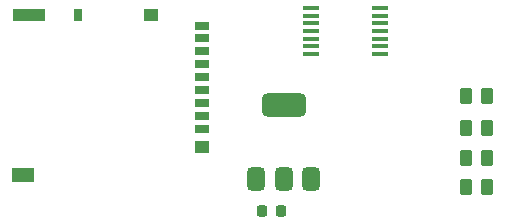
<source format=gbr>
%TF.GenerationSoftware,KiCad,Pcbnew,8.0.5*%
%TF.CreationDate,2024-10-04T20:46:01-04:00*%
%TF.ProjectId,memory card,6d656d6f-7279-4206-9361-72642e6b6963,V2*%
%TF.SameCoordinates,Original*%
%TF.FileFunction,Paste,Top*%
%TF.FilePolarity,Positive*%
%FSLAX46Y46*%
G04 Gerber Fmt 4.6, Leading zero omitted, Abs format (unit mm)*
G04 Created by KiCad (PCBNEW 8.0.5) date 2024-10-04 20:46:01*
%MOMM*%
%LPD*%
G01*
G04 APERTURE LIST*
G04 Aperture macros list*
%AMRoundRect*
0 Rectangle with rounded corners*
0 $1 Rounding radius*
0 $2 $3 $4 $5 $6 $7 $8 $9 X,Y pos of 4 corners*
0 Add a 4 corners polygon primitive as box body*
4,1,4,$2,$3,$4,$5,$6,$7,$8,$9,$2,$3,0*
0 Add four circle primitives for the rounded corners*
1,1,$1+$1,$2,$3*
1,1,$1+$1,$4,$5*
1,1,$1+$1,$6,$7*
1,1,$1+$1,$8,$9*
0 Add four rect primitives between the rounded corners*
20,1,$1+$1,$2,$3,$4,$5,0*
20,1,$1+$1,$4,$5,$6,$7,0*
20,1,$1+$1,$6,$7,$8,$9,0*
20,1,$1+$1,$8,$9,$2,$3,0*%
G04 Aperture macros list end*
%ADD10R,1.900000X1.300000*%
%ADD11R,2.800000X1.000000*%
%ADD12R,0.800000X1.000000*%
%ADD13R,1.200000X1.000000*%
%ADD14R,1.200000X0.700000*%
%ADD15R,1.475000X0.450000*%
%ADD16RoundRect,0.250000X0.262500X0.450000X-0.262500X0.450000X-0.262500X-0.450000X0.262500X-0.450000X0*%
%ADD17RoundRect,0.225000X0.225000X0.250000X-0.225000X0.250000X-0.225000X-0.250000X0.225000X-0.250000X0*%
%ADD18RoundRect,0.250000X-0.262500X-0.450000X0.262500X-0.450000X0.262500X0.450000X-0.262500X0.450000X0*%
%ADD19RoundRect,0.375000X0.375000X-0.625000X0.375000X0.625000X-0.375000X0.625000X-0.375000X-0.625000X0*%
%ADD20RoundRect,0.500000X1.400000X-0.500000X1.400000X0.500000X-1.400000X0.500000X-1.400000X-0.500000X0*%
G04 APERTURE END LIST*
D10*
%TO.C,J2*%
X136453189Y-109660000D03*
D11*
X136903189Y-96160000D03*
D12*
X141053189Y-96160000D03*
D13*
X147253189Y-96160000D03*
X151553189Y-107310000D03*
D14*
X151553189Y-97110000D03*
X151553189Y-98060000D03*
X151553189Y-99160000D03*
X151553189Y-100260000D03*
X151553189Y-101360000D03*
X151553189Y-102460000D03*
X151553189Y-103560000D03*
X151553189Y-104660000D03*
X151553189Y-105760000D03*
%TD*%
D15*
%TO.C,IC2*%
X160812000Y-95550000D03*
X160812000Y-96200000D03*
X160812000Y-96850000D03*
X160812000Y-97500000D03*
X160812000Y-98150000D03*
X160812000Y-98800000D03*
X160812000Y-99450000D03*
X166688000Y-99450000D03*
X166688000Y-98800000D03*
X166688000Y-98150000D03*
X166688000Y-97500000D03*
X166688000Y-96850000D03*
X166688000Y-96200000D03*
X166688000Y-95550000D03*
%TD*%
D16*
%TO.C,R3*%
X175750000Y-105750000D03*
X173925000Y-105750000D03*
%TD*%
D17*
%TO.C,C1*%
X158250000Y-112750000D03*
X156700000Y-112750000D03*
%TD*%
D16*
%TO.C,R4*%
X175750000Y-108250000D03*
X173925000Y-108250000D03*
%TD*%
D18*
%TO.C,R1*%
X173925000Y-103000000D03*
X175750000Y-103000000D03*
%TD*%
%TO.C,R2*%
X173925000Y-110750000D03*
X175750000Y-110750000D03*
%TD*%
D19*
%TO.C,U1*%
X156200000Y-110050000D03*
X158500000Y-110050000D03*
D20*
X158500000Y-103750000D03*
D19*
X160800000Y-110050000D03*
%TD*%
M02*

</source>
